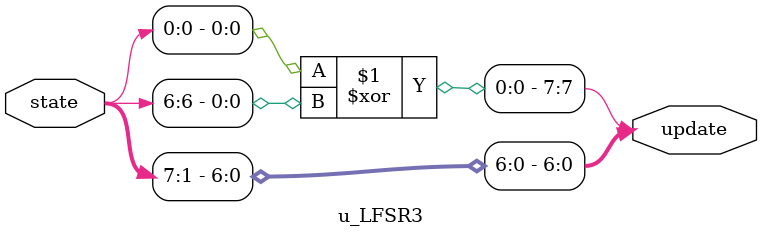
<source format=v>
`timescale 1ns/1ps
module u_LFSR3 (state, update);
input [8 - 1 : 0] state;
output [8 - 1 : 0] update;

assign update[7] = state[0] ^ state [6];
assign update[7 - 1 : 0] = state[7: 1];

endmodule

</source>
